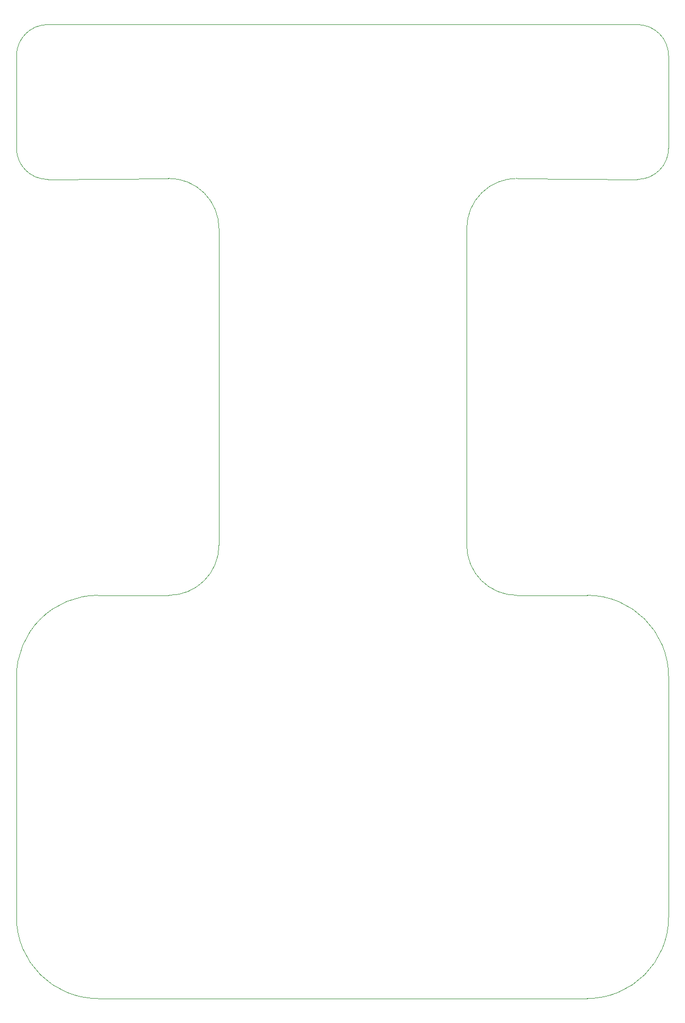
<source format=gbr>
%TF.GenerationSoftware,KiCad,Pcbnew,7.0.7*%
%TF.CreationDate,2024-03-06T07:28:39+08:00*%
%TF.ProjectId,lekirbotv2,6c656b69-7262-46f7-9476-322e6b696361,rev?*%
%TF.SameCoordinates,Original*%
%TF.FileFunction,Profile,NP*%
%FSLAX46Y46*%
G04 Gerber Fmt 4.6, Leading zero omitted, Abs format (unit mm)*
G04 Created by KiCad (PCBNEW 7.0.7) date 2024-03-06 07:28:39*
%MOMM*%
%LPD*%
G01*
G04 APERTURE LIST*
%TA.AperFunction,Profile*%
%ADD10C,0.050000*%
%TD*%
G04 APERTURE END LIST*
D10*
X72796796Y-65851043D02*
G75*
G03*
X64729840Y-57851324I-8000026J-27D01*
G01*
X64796800Y-124476851D02*
X53462600Y-124476851D01*
X144602200Y-137476851D02*
X144602200Y-175916851D01*
X40462599Y-175916851D02*
G75*
G03*
X53462600Y-188916851I13000001J1D01*
G01*
X45462200Y-33273000D02*
X139602200Y-33273000D01*
X131602200Y-188916851D02*
X53462600Y-188916851D01*
X72796800Y-103200000D02*
X72796800Y-65851043D01*
X144602200Y-38273000D02*
G75*
G03*
X139602200Y-33273000I-5000000J0D01*
G01*
X45462200Y-33273000D02*
G75*
G03*
X40462200Y-38273000I0J-5000000D01*
G01*
X144602249Y-137476851D02*
G75*
G03*
X131602200Y-124476851I-13000049J-49D01*
G01*
X112370000Y-103200000D02*
X112370000Y-116476851D01*
X53462600Y-124476850D02*
G75*
G03*
X40462600Y-137476851I0J-13000000D01*
G01*
X131602200Y-188916850D02*
G75*
G03*
X144602200Y-175916851I0J13000000D01*
G01*
X112370049Y-116476851D02*
G75*
G03*
X120370000Y-124476851I7999951J-49D01*
G01*
X144602200Y-38273000D02*
X144602200Y-53012600D01*
X40462200Y-53012600D02*
X40462200Y-38273000D01*
X128219601Y-127321651D02*
G75*
G03*
X128219601Y-127321651I-1J0D01*
G01*
X45462200Y-58012600D02*
X64729840Y-57851323D01*
X120437212Y-57851582D02*
G75*
G03*
X112370000Y-65851297I-67212J-7999718D01*
G01*
X64796800Y-124476850D02*
G75*
G03*
X72796800Y-116476851I0J8000000D01*
G01*
X120437212Y-57851579D02*
X139602200Y-58012600D01*
X139602200Y-58012600D02*
G75*
G03*
X144602200Y-53012600I0J5000000D01*
G01*
X72796800Y-103200000D02*
X72796800Y-116476851D01*
X40462200Y-53012600D02*
G75*
G03*
X45462200Y-58012600I5000000J0D01*
G01*
X131602200Y-124476851D02*
X120370000Y-124476851D01*
X40462600Y-175916851D02*
X40462600Y-137476851D01*
X112370000Y-103200000D02*
X112370000Y-65851297D01*
M02*

</source>
